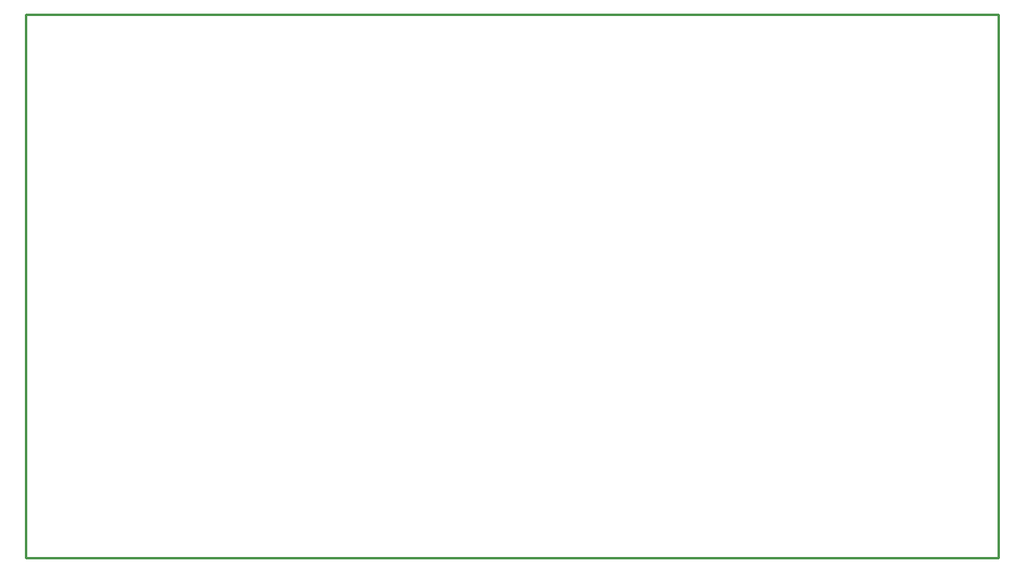
<source format=gko>
G04 Layer_Color=16711935*
%FSLAX25Y25*%
%MOIN*%
G70*
G01*
G75*
%ADD17C,0.01000*%
D17*
X504000Y86500D02*
Y312500D01*
X100000Y86500D02*
X504000D01*
X100000D02*
Y91500D01*
X397500Y312500D02*
X504000D01*
X100000Y91500D02*
Y100000D01*
Y312500D01*
X397500D01*
M02*

</source>
